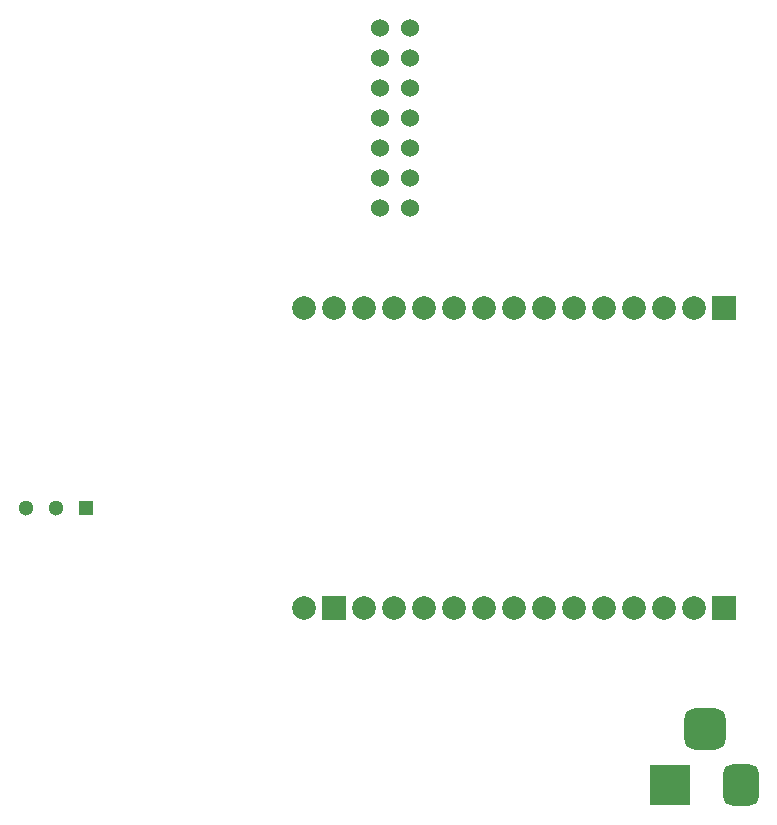
<source format=gbr>
%TF.GenerationSoftware,KiCad,Pcbnew,9.0.0-9.0.0-2~ubuntu24.04.1*%
%TF.CreationDate,2025-04-06T07:06:59+03:00*%
%TF.ProjectId,InterfaceBoard_Transciever3,496e7465-7266-4616-9365-426f6172645f,rev?*%
%TF.SameCoordinates,Original*%
%TF.FileFunction,Soldermask,Bot*%
%TF.FilePolarity,Negative*%
%FSLAX46Y46*%
G04 Gerber Fmt 4.6, Leading zero omitted, Abs format (unit mm)*
G04 Created by KiCad (PCBNEW 9.0.0-9.0.0-2~ubuntu24.04.1) date 2025-04-06 07:06:59*
%MOMM*%
%LPD*%
G01*
G04 APERTURE LIST*
G04 Aperture macros list*
%AMRoundRect*
0 Rectangle with rounded corners*
0 $1 Rounding radius*
0 $2 $3 $4 $5 $6 $7 $8 $9 X,Y pos of 4 corners*
0 Add a 4 corners polygon primitive as box body*
4,1,4,$2,$3,$4,$5,$6,$7,$8,$9,$2,$3,0*
0 Add four circle primitives for the rounded corners*
1,1,$1+$1,$2,$3*
1,1,$1+$1,$4,$5*
1,1,$1+$1,$6,$7*
1,1,$1+$1,$8,$9*
0 Add four rect primitives between the rounded corners*
20,1,$1+$1,$2,$3,$4,$5,0*
20,1,$1+$1,$4,$5,$6,$7,0*
20,1,$1+$1,$6,$7,$8,$9,0*
20,1,$1+$1,$8,$9,$2,$3,0*%
G04 Aperture macros list end*
%ADD10R,1.300000X1.300000*%
%ADD11C,1.300000*%
%ADD12C,1.524000*%
%ADD13R,3.500000X3.500000*%
%ADD14RoundRect,0.750000X0.750000X1.000000X-0.750000X1.000000X-0.750000X-1.000000X0.750000X-1.000000X0*%
%ADD15RoundRect,0.875000X0.875000X0.875000X-0.875000X0.875000X-0.875000X-0.875000X0.875000X-0.875000X0*%
%ADD16C,2.000000*%
%ADD17R,2.000000X2.000000*%
G04 APERTURE END LIST*
D10*
%TO.C,REGULATOR5V*%
X133980000Y-103260000D03*
D11*
X131440000Y-103260000D03*
X128900000Y-103260000D03*
%TD*%
D12*
%TO.C,LoRaType3*%
X158860000Y-62680000D03*
X158860000Y-65220000D03*
X158860000Y-67760000D03*
X158860000Y-70300000D03*
X158860000Y-72840000D03*
X158860000Y-75380000D03*
X158860000Y-77920000D03*
X161400000Y-77920000D03*
X161400000Y-75380000D03*
X161400000Y-72840000D03*
X161400000Y-70300000D03*
X161400000Y-67760000D03*
X161400000Y-65220000D03*
X161400000Y-62680000D03*
%TD*%
D13*
%TO.C,BarrelJack_Horizontal*%
X183400000Y-126717500D03*
D14*
X189400000Y-126717500D03*
D15*
X186400000Y-122017500D03*
%TD*%
D16*
%TO.C,ESP32C6*%
X170180000Y-86360000D03*
X167640000Y-86360000D03*
X185420000Y-111760000D03*
X182880000Y-111760000D03*
X185420000Y-86360000D03*
X180340000Y-86360000D03*
X177800000Y-86360000D03*
X152400000Y-86360000D03*
X152400000Y-111760000D03*
X175260000Y-86360000D03*
X172720000Y-86360000D03*
X165100000Y-86360000D03*
X157480000Y-111760000D03*
X162560000Y-86360000D03*
X160020000Y-86360000D03*
X157480000Y-86360000D03*
X154940000Y-86360000D03*
X175260000Y-111760000D03*
X160020000Y-111760000D03*
X162560000Y-111760000D03*
X165100000Y-111760000D03*
X167640000Y-111760000D03*
X170180000Y-111760000D03*
X172720000Y-111760000D03*
D17*
X154940000Y-111760000D03*
X187960000Y-86360000D03*
X187960000Y-111760000D03*
D16*
X182880000Y-86360000D03*
X177800000Y-111760000D03*
X180340000Y-111760000D03*
%TD*%
M02*

</source>
